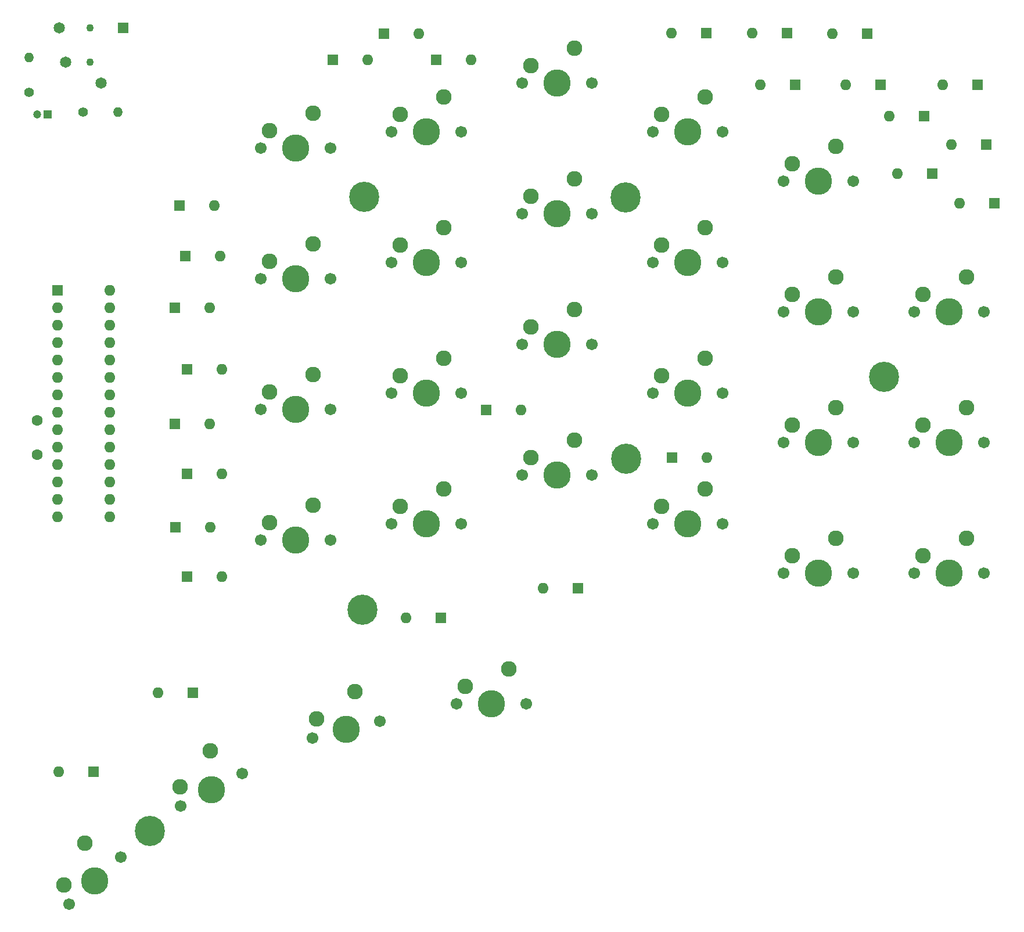
<source format=gbs>
G04 #@! TF.GenerationSoftware,KiCad,Pcbnew,(6.0.5)*
G04 #@! TF.CreationDate,2022-10-04T21:40:35-03:00*
G04 #@! TF.ProjectId,bluejay_right,626c7565-6a61-4795-9f72-696768742e6b,rev?*
G04 #@! TF.SameCoordinates,Original*
G04 #@! TF.FileFunction,Soldermask,Bot*
G04 #@! TF.FilePolarity,Negative*
%FSLAX46Y46*%
G04 Gerber Fmt 4.6, Leading zero omitted, Abs format (unit mm)*
G04 Created by KiCad (PCBNEW (6.0.5)) date 2022-10-04 21:40:35*
%MOMM*%
%LPD*%
G01*
G04 APERTURE LIST*
%ADD10C,4.400000*%
%ADD11C,1.701800*%
%ADD12C,3.987800*%
%ADD13C,2.286000*%
%ADD14R,1.600000X1.600000*%
%ADD15O,1.600000X1.600000*%
%ADD16C,1.100000*%
%ADD17R,1.650000X1.650000*%
%ADD18C,1.650000*%
%ADD19R,1.200000X1.200000*%
%ADD20C,1.200000*%
%ADD21C,1.400000*%
%ADD22O,1.400000X1.400000*%
%ADD23C,1.600000*%
G04 APERTURE END LIST*
D10*
X29150000Y-9550000D03*
D11*
X43180000Y38100000D03*
X33020000Y38100000D03*
D12*
X38100000Y38100000D03*
D13*
X40640000Y43180000D03*
X34290000Y40640000D03*
D10*
X-9000000Y28600000D03*
X66800000Y2400000D03*
D14*
X8770000Y-2400000D03*
D15*
X13850000Y-2400000D03*
D14*
X-34836300Y3500000D03*
D15*
X-29756300Y3500000D03*
D14*
X-34836300Y-11750000D03*
D15*
X-29756300Y-11750000D03*
D11*
X-35756574Y-60211216D03*
D12*
X-31271200Y-57826300D03*
D11*
X-26785826Y-55441384D03*
D13*
X-31413429Y-52148468D03*
X-35827688Y-57372300D03*
D16*
X-48950000Y53300000D03*
X-48950000Y48300000D03*
D17*
X-44150000Y53300000D03*
D18*
X-52550000Y48300000D03*
X-47350000Y45200000D03*
X-53450000Y53300000D03*
D11*
X5080000Y38100000D03*
D12*
X0Y38100000D03*
D11*
X-5080000Y38100000D03*
D13*
X2540000Y43180000D03*
X-3810000Y40640000D03*
D12*
X38100000Y0D03*
D11*
X43180000Y0D03*
X33020000Y0D03*
D13*
X40640000Y5080000D03*
X34290000Y2540000D03*
D19*
X-55150000Y40650000D03*
D20*
X-56650000Y40650000D03*
D14*
X-35086300Y20000000D03*
D15*
X-30006300Y20000000D03*
D14*
X82817500Y27750000D03*
D15*
X77737500Y27750000D03*
D14*
X81630000Y36250000D03*
D15*
X76550000Y36250000D03*
D11*
X71120000Y11906300D03*
X81280000Y11906300D03*
D12*
X76200000Y11906300D03*
D13*
X78740000Y16986300D03*
X72390000Y14446300D03*
D10*
X-40230000Y-63820000D03*
D14*
X64317500Y52450000D03*
D15*
X59237500Y52450000D03*
D10*
X29090000Y28590000D03*
D11*
X43180000Y-19050000D03*
X33020000Y-19050000D03*
D12*
X38100000Y-19050000D03*
D13*
X40640000Y-13970000D03*
X34290000Y-16510000D03*
D11*
X71120000Y-26193800D03*
D12*
X76200000Y-26193800D03*
D11*
X81280000Y-26193800D03*
D13*
X78740000Y-21113800D03*
X72390000Y-23653800D03*
D11*
X-13970000Y-2381300D03*
X-24130000Y-2381300D03*
D12*
X-19050000Y-2381300D03*
D13*
X-16510000Y2698700D03*
X-22860000Y158700D03*
D11*
X13970000Y7143800D03*
D12*
X19050000Y7143800D03*
D11*
X24130000Y7143800D03*
D13*
X21590000Y12223800D03*
X15240000Y9683800D03*
D14*
X-36586300Y12500000D03*
D15*
X-31506300Y12500000D03*
D11*
X33020000Y19050000D03*
X43180000Y19050000D03*
D12*
X38100000Y19050000D03*
D13*
X40640000Y24130000D03*
X34290000Y21590000D03*
D12*
X0Y19050000D03*
D11*
X-5080000Y19050000D03*
X5080000Y19050000D03*
D13*
X2540000Y24130000D03*
X-3810000Y21590000D03*
D14*
X-36586300Y-4500000D03*
D15*
X-31506300Y-4500000D03*
D11*
X81280000Y-7143800D03*
X71120000Y-7143800D03*
D12*
X76200000Y-7143800D03*
D13*
X78740000Y-2063800D03*
X72390000Y-4603800D03*
D21*
X-57850000Y43900000D03*
D22*
X-57850000Y48980000D03*
D12*
X0Y0D03*
D11*
X5080000Y0D03*
X-5080000Y0D03*
D13*
X2540000Y5080000D03*
X-3810000Y2540000D03*
D14*
X35882500Y-9400000D03*
D15*
X40962500Y-9400000D03*
D12*
X57150000Y-26193800D03*
D11*
X62230000Y-26193800D03*
X52070000Y-26193800D03*
D13*
X59690000Y-21113800D03*
X53340000Y-23653800D03*
D11*
X-13970000Y16668800D03*
D12*
X-19050000Y16668800D03*
D11*
X-24130000Y16668800D03*
D13*
X-16510000Y21748800D03*
X-22860000Y19208800D03*
D11*
X-5080000Y-19050000D03*
D12*
X0Y-19050000D03*
D11*
X5080000Y-19050000D03*
D13*
X2540000Y-13970000D03*
X-3810000Y-16510000D03*
D14*
X40830000Y52500000D03*
D15*
X35750000Y52500000D03*
D11*
X-24130000Y35718800D03*
X-13970000Y35718800D03*
D12*
X-19050000Y35718800D03*
D13*
X-16510000Y40798800D03*
X-22860000Y38258800D03*
D12*
X57150000Y-7143800D03*
D11*
X52070000Y-7143800D03*
X62230000Y-7143800D03*
D13*
X59690000Y-2063800D03*
X53340000Y-4603800D03*
D14*
X53780000Y44950000D03*
D15*
X48700000Y44950000D03*
D14*
X-34817500Y-26750000D03*
D15*
X-29737500Y-26750000D03*
D12*
X19050000Y45243800D03*
D11*
X13970000Y45243800D03*
X24130000Y45243800D03*
D13*
X21590000Y50323800D03*
X15240000Y47783800D03*
D14*
X72580000Y40450000D03*
D15*
X67500000Y40450000D03*
D14*
X-6180000Y52450000D03*
D15*
X-1100000Y52450000D03*
D21*
X-49990000Y41000000D03*
D22*
X-44910000Y41000000D03*
D12*
X-11631200Y-49016300D03*
D11*
X-6702098Y-47787337D03*
X-16560302Y-50245263D03*
D13*
X-10395612Y-43472716D03*
X-15942508Y-47473471D03*
D11*
X-13970000Y-21431300D03*
D12*
X-19050000Y-21431300D03*
D11*
X-24130000Y-21431300D03*
D13*
X-16510000Y-16351300D03*
X-22860000Y-18891300D03*
D14*
X-13630000Y48600000D03*
D15*
X-8550000Y48600000D03*
D14*
X52580000Y52500000D03*
D15*
X47500000Y52500000D03*
D23*
X-56660000Y-3990000D03*
X-56660000Y-8990000D03*
D12*
X9525000Y-45243800D03*
D11*
X4445000Y-45243800D03*
X14605000Y-45243800D03*
D13*
X12065000Y-40163800D03*
X5715000Y-42703800D03*
D14*
X22117500Y-28400000D03*
D15*
X17037500Y-28400000D03*
D14*
X-53750000Y15000000D03*
D15*
X-53750000Y12460000D03*
X-53750000Y9920000D03*
X-53750000Y7380000D03*
X-53750000Y4840000D03*
X-53750000Y2300000D03*
X-53750000Y-240000D03*
X-53750000Y-2780000D03*
X-53750000Y-5320000D03*
X-53750000Y-7860000D03*
X-53750000Y-10400000D03*
X-53750000Y-12940000D03*
X-53750000Y-15480000D03*
X-53750000Y-18020000D03*
X-46130000Y-18020000D03*
X-46130000Y-15480000D03*
X-46130000Y-12940000D03*
X-46130000Y-10400000D03*
X-46130000Y-7860000D03*
X-46130000Y-5320000D03*
X-46130000Y-2780000D03*
X-46130000Y-240000D03*
X-46130000Y2300000D03*
X-46130000Y4840000D03*
X-46130000Y7380000D03*
X-46130000Y9920000D03*
X-46130000Y12460000D03*
X-46130000Y15000000D03*
D11*
X13970000Y-11906300D03*
X24130000Y-11906300D03*
D12*
X19050000Y-11906300D03*
D13*
X21590000Y-6826300D03*
X15240000Y-9366300D03*
D14*
X1470000Y48600000D03*
D15*
X6550000Y48600000D03*
D11*
X62230000Y11906300D03*
D12*
X57150000Y11906300D03*
D11*
X52070000Y11906300D03*
D13*
X59690000Y16986300D03*
X53340000Y14446300D03*
D14*
X66230000Y44950000D03*
D15*
X61150000Y44950000D03*
D14*
X2130000Y-32700000D03*
D15*
X-2950000Y-32700000D03*
D14*
X80380000Y44950000D03*
D15*
X75300000Y44950000D03*
D12*
X19050000Y26193800D03*
D11*
X13970000Y26193800D03*
X24130000Y26193800D03*
D13*
X21590000Y31273800D03*
X15240000Y28733800D03*
D14*
X-36567500Y-19500000D03*
D15*
X-31487500Y-19500000D03*
D14*
X-33970000Y-43650000D03*
D15*
X-39050000Y-43650000D03*
D12*
X-48270000Y-71060000D03*
D11*
X-52045176Y-74459183D03*
X-44494824Y-67660817D03*
D13*
X-49781596Y-65585233D03*
X-52800974Y-71721800D03*
D14*
X73780000Y32000000D03*
D15*
X68700000Y32000000D03*
D12*
X57150000Y30956300D03*
D11*
X52070000Y30956300D03*
X62230000Y30956300D03*
D13*
X59690000Y36036300D03*
X53340000Y33496300D03*
D14*
X-35930000Y27400000D03*
D15*
X-30850000Y27400000D03*
D10*
X-9300000Y-31520000D03*
D14*
X-48470000Y-55200000D03*
D15*
X-53550000Y-55200000D03*
M02*

</source>
